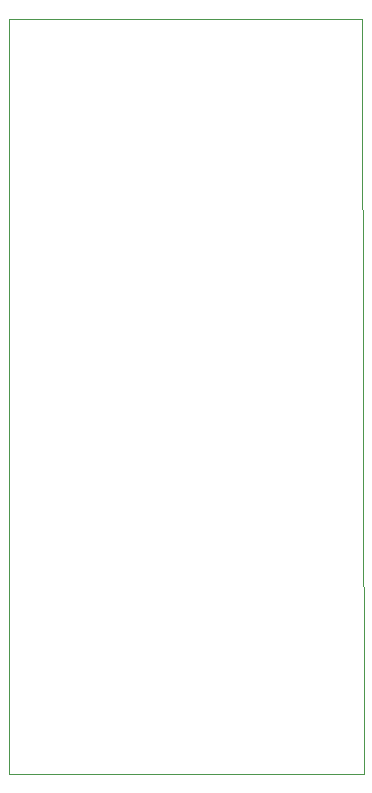
<source format=gm1>
%TF.GenerationSoftware,KiCad,Pcbnew,(5.1.12)-1*%
%TF.CreationDate,2022-08-18T11:36:15-07:00*%
%TF.ProjectId,HighPressureSensorArray,48696768-5072-4657-9373-75726553656e,rev?*%
%TF.SameCoordinates,Original*%
%TF.FileFunction,Profile,NP*%
%FSLAX46Y46*%
G04 Gerber Fmt 4.6, Leading zero omitted, Abs format (unit mm)*
G04 Created by KiCad (PCBNEW (5.1.12)-1) date 2022-08-18 11:36:15*
%MOMM*%
%LPD*%
G01*
G04 APERTURE LIST*
%TA.AperFunction,Profile*%
%ADD10C,0.050000*%
%TD*%
G04 APERTURE END LIST*
D10*
X144400000Y-34000000D02*
X114500000Y-34000000D01*
X114500000Y-97900000D02*
X114500000Y-34000000D01*
X144500000Y-97900000D02*
X144400000Y-34000000D01*
X114500000Y-97900000D02*
X144500000Y-97900000D01*
M02*

</source>
